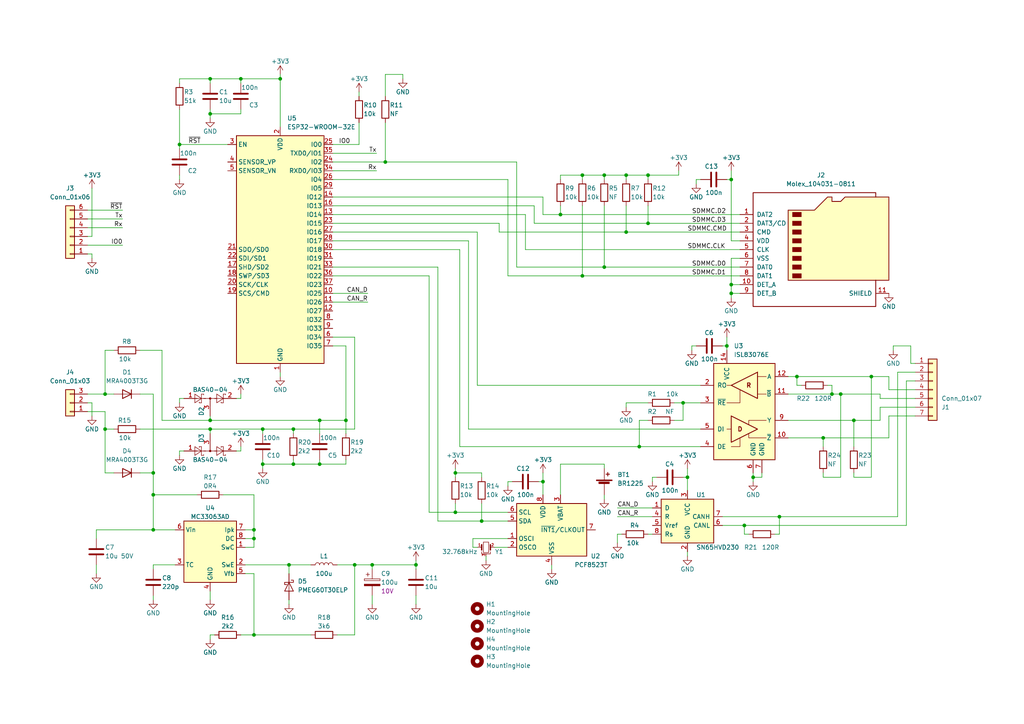
<source format=kicad_sch>
(kicad_sch (version 20211123) (generator eeschema)
  (paper "A4")
  (lib_symbols
    (symbol "Connector:Micro_SD_Card_Det_Hirose_DM3AT" (pin_names (offset 1.016))
      (property "Reference" "J" (at -16.51 17.78 0))
      (property "Value" "Micro_SD_Card_Det_Hirose_DM3AT" (at 16.51 17.78 0))
      (symbol "Micro_SD_Card_Det_Hirose_DM3AT_1_1"
        (pin bidirectional line (at -22.86 10.16 0) (length 3.81) (name "DAT2") (number "1"))
        (pin passive line (at -22.86 -10.16 0) (length 3.81) (name "DET_A") (number "10"))
        (pin passive line (at 20.32 -12.7 180) (length 3.81) (name "SHIELD") (number "11"))
        (pin bidirectional line (at -22.86 7.62 0) (length 3.81) (name "DAT3/CD") (number "2"))
        (pin input line (at -22.86 5.08 0) (length 3.81) (name "CMD") (number "3"))
        (pin power_in line (at -22.86 2.54 0) (length 3.81) (name "VDD") (number "4"))
        (pin input line (at -22.86 0 0) (length 3.81) (name "CLK") (number "5"))
        (pin power_in line (at -22.86 -2.54 0) (length 3.81) (name "VSS") (number "6"))
        (pin bidirectional line (at -22.86 -5.08 0) (length 3.81) (name "DAT0") (number "7"))
        (pin bidirectional line (at -22.86 -7.62 0) (length 3.81) (name "DAT1") (number "8"))
        (pin passive line (at -22.86 -12.7 0) (length 3.81) (name "DET_B") (number "9"))
      )
    )
    (symbol "Connector_Generic:Conn_01x03" (pin_names (offset 1.016) hide)
      (property "Reference" "J" (at 0 5.08 0))
      (property "Value" "Conn_01x03" (at 0 -5.08 0))
      (symbol "Conn_01x03_1_1"
        (pin passive line (at -5.08 2.54 0) (length 3.81) (name "Pin_1") (number "1"))
        (pin passive line (at -5.08 0 0) (length 3.81) (name "Pin_2") (number "2"))
        (pin passive line (at -5.08 -2.54 0) (length 3.81) (name "Pin_3") (number "3"))
      )
    )
    (symbol "Connector_Generic:Conn_01x06" (pin_names (offset 1.016) hide)
      (property "Reference" "J" (at 0 7.62 0))
      (property "Value" "Conn_01x06" (at 0 -10.16 0))
      (symbol "Conn_01x06_1_1"
        (pin passive line (at -5.08 5.08 0) (length 3.81) (name "Pin_1") (number "1"))
        (pin passive line (at -5.08 2.54 0) (length 3.81) (name "Pin_2") (number "2"))
        (pin passive line (at -5.08 0 0) (length 3.81) (name "Pin_3") (number "3"))
        (pin passive line (at -5.08 -2.54 0) (length 3.81) (name "Pin_4") (number "4"))
        (pin passive line (at -5.08 -5.08 0) (length 3.81) (name "Pin_5") (number "5"))
        (pin passive line (at -5.08 -7.62 0) (length 3.81) (name "Pin_6") (number "6"))
      )
    )
    (symbol "Connector_Generic:Conn_01x07" (pin_names (offset 1.016) hide)
      (property "Reference" "J" (at 0 10.16 0))
      (property "Value" "Conn_01x07" (at 0 -10.16 0))
      (symbol "Conn_01x07_1_1"
        (pin passive line (at -5.08 7.62 0) (length 3.81) (name "Pin_1") (number "1"))
        (pin passive line (at -5.08 5.08 0) (length 3.81) (name "Pin_2") (number "2"))
        (pin passive line (at -5.08 2.54 0) (length 3.81) (name "Pin_3") (number "3"))
        (pin passive line (at -5.08 0 0) (length 3.81) (name "Pin_4") (number "4"))
        (pin passive line (at -5.08 -2.54 0) (length 3.81) (name "Pin_5") (number "5"))
        (pin passive line (at -5.08 -5.08 0) (length 3.81) (name "Pin_6") (number "6"))
        (pin passive line (at -5.08 -7.62 0) (length 3.81) (name "Pin_7") (number "7"))
      )
    )
    (symbol "Device:Battery_Cell" (pin_numbers hide) (pin_names (offset 0) hide)
      (property "Reference" "BT" (at 2.54 2.54 0))
      (property "Value" "Battery_Cell" (at 2.54 0 0))
      (symbol "Battery_Cell_1_1"
        (pin passive line (at 0 5.08 270) (length 2.54) (name "+") (number "1"))
        (pin passive line (at 0 -2.54 90) (length 2.54) (name "-") (number "2"))
      )
    )
    (symbol "Device:C" (pin_numbers hide) (pin_names (offset 0.254))
      (property "Reference" "C" (at 0.635 2.54 0))
      (property "Value" "C" (at 0.635 -2.54 0))
      (symbol "C_1_1"
        (pin passive line (at 0 3.81 270) (length 2.794) (name "~") (number "1"))
        (pin passive line (at 0 -3.81 90) (length 2.794) (name "~") (number "2"))
      )
    )
    (symbol "Device:C_Polarized" (pin_numbers hide) (pin_names (offset 0.254))
      (property "Reference" "C" (at 0.635 2.54 0))
      (property "Value" "C_Polarized" (at 0.635 -2.54 0))
      (symbol "C_Polarized_1_1"
        (pin passive line (at 0 3.81 270) (length 2.794) (name "~") (number "1"))
        (pin passive line (at 0 -3.81 90) (length 2.794) (name "~") (number "2"))
      )
    )
    (symbol "Device:Crystal_GND3_Small" (pin_names (offset 1.016) hide)
      (property "Reference" "Y" (at 0 5.08 0))
      (property "Value" "Crystal_GND3_Small" (at 0 3.175 0))
      (symbol "Crystal_GND3_Small_1_1"
        (pin passive line (at -2.54 0 0) (length 1.27) (name "1") (number "1"))
        (pin passive line (at 2.54 0 180) (length 1.27) (name "2") (number "2"))
        (pin passive line (at 0 -2.54 90) (length 0.635) (name "3") (number "3"))
      )
    )
    (symbol "Device:L" (pin_numbers hide) (pin_names (offset 1.016) hide)
      (property "Reference" "L" (at -1.27 0 90))
      (property "Value" "L" (at 1.905 0 90))
      (symbol "L_1_1"
        (pin passive line (at 0 3.81 270) (length 1.27) (name "1") (number "1"))
        (pin passive line (at 0 -3.81 90) (length 1.27) (name "2") (number "2"))
      )
    )
    (symbol "Device:R" (pin_numbers hide) (pin_names (offset 0))
      (property "Reference" "R" (at 2.032 0 90))
      (property "Value" "R" (at 0 0 90))
      (symbol "R_1_1"
        (pin passive line (at 0 3.81 270) (length 1.27) (name "~") (number "1"))
        (pin passive line (at 0 -3.81 90) (length 1.27) (name "~") (number "2"))
      )
    )
    (symbol "Diode:BAS40-04" (pin_names (offset 1.016))
      (property "Reference" "D" (at 0.635 -1.27 0))
      (property "Value" "BAS40-04" (at -6.35 5.715 0))
      (symbol "BAS40-04_1_1"
        (pin passive line (at -7.62 2.54 0) (length 3.81) (name "~") (number "1"))
        (pin passive line (at 7.62 2.54 180) (length 3.81) (name "~") (number "2"))
        (pin passive line (at 0 -2.54 90) (length 5.08) (name "~") (number "3"))
      )
    )
    (symbol "Diode:MRA4003T3G" (pin_numbers hide) (pin_names (offset 1.016) hide)
      (property "Reference" "D" (at 0 2.54 0))
      (property "Value" "MRA4003T3G" (at 0 -2.54 0))
      (symbol "MRA4003T3G_1_1"
        (pin passive line (at -3.81 0 0) (length 2.54) (name "K") (number "1"))
        (pin passive line (at 3.81 0 180) (length 2.54) (name "A") (number "2"))
      )
    )
    (symbol "Diode:PMEG60T30ELR" (pin_numbers hide) (pin_names hide)
      (property "Reference" "D" (at 0 2.54 0))
      (property "Value" "PMEG60T30ELR" (at 0 -2.54 0))
      (symbol "PMEG60T30ELR_1_1"
        (pin passive line (at -3.81 0 0) (length 2.54) (name "K") (number "1"))
        (pin passive line (at 3.81 0 180) (length 2.54) (name "A") (number "2"))
      )
    )
    (symbol "Interface_CAN_LIN:SN65HVD230" (pin_names (offset 1.016))
      (property "Reference" "U" (at -2.54 10.16 0))
      (property "Value" "SN65HVD230" (at -2.54 7.62 0))
      (symbol "SN65HVD230_1_1"
        (pin input line (at -10.16 2.54 0) (length 2.54) (name "D") (number "1"))
        (pin power_in line (at 0 -10.16 90) (length 2.54) (name "GND") (number "2"))
        (pin power_in line (at 0 7.62 270) (length 2.54) (name "VCC") (number "3"))
        (pin output line (at -10.16 0 0) (length 2.54) (name "R") (number "4"))
        (pin output line (at -10.16 -2.54 0) (length 2.54) (name "Vref") (number "5"))
        (pin bidirectional line (at 10.16 -2.54 180) (length 2.54) (name "CANL") (number "6"))
        (pin bidirectional line (at 10.16 0 180) (length 2.54) (name "CANH") (number "7"))
        (pin input line (at -10.16 -5.08 0) (length 2.54) (name "Rs") (number "8"))
      )
    )
    (symbol "Mechanical:MountingHole" (pin_names (offset 1.016))
      (property "Reference" "H" (at 0 5.08 0))
      (property "Value" "MountingHole" (at 0 3.175 0))
    )
    (symbol "RF_Module:ESP32-WROOM-32D"
      (property "Reference" "U" (at -12.7 34.29 0))
      (property "Value" "ESP32-WROOM-32D" (at 1.27 34.29 0))
      (symbol "ESP32-WROOM-32D_1_1"
        (pin power_in line (at 0 -35.56 90) (length 2.54) (name "GND") (number "1"))
        (pin bidirectional line (at 15.24 -12.7 180) (length 2.54) (name "IO25") (number "10"))
        (pin bidirectional line (at 15.24 -15.24 180) (length 2.54) (name "IO26") (number "11"))
        (pin bidirectional line (at 15.24 -17.78 180) (length 2.54) (name "IO27") (number "12"))
        (pin bidirectional line (at 15.24 10.16 180) (length 2.54) (name "IO14") (number "13"))
        (pin bidirectional line (at 15.24 15.24 180) (length 2.54) (name "IO12") (number "14"))
        (pin passive line (at 0 -35.56 90) (length 2.54) hide (name "GND") (number "15"))
        (pin bidirectional line (at 15.24 12.7 180) (length 2.54) (name "IO13") (number "16"))
        (pin bidirectional line (at -15.24 -5.08 0) (length 2.54) (name "SHD/SD2") (number "17"))
        (pin bidirectional line (at -15.24 -7.62 0) (length 2.54) (name "SWP/SD3") (number "18"))
        (pin bidirectional line (at -15.24 -12.7 0) (length 2.54) (name "SCS/CMD") (number "19"))
        (pin power_in line (at 0 35.56 270) (length 2.54) (name "VDD") (number "2"))
        (pin bidirectional line (at -15.24 -10.16 0) (length 2.54) (name "SCK/CLK") (number "20"))
        (pin bidirectional line (at -15.24 0 0) (length 2.54) (name "SDO/SD0") (number "21"))
        (pin bidirectional line (at -15.24 -2.54 0) (length 2.54) (name "SDI/SD1") (number "22"))
        (pin bidirectional line (at 15.24 7.62 180) (length 2.54) (name "IO15") (number "23"))
        (pin bidirectional line (at 15.24 25.4 180) (length 2.54) (name "IO2") (number "24"))
        (pin bidirectional line (at 15.24 30.48 180) (length 2.54) (name "IO0") (number "25"))
        (pin bidirectional line (at 15.24 20.32 180) (length 2.54) (name "IO4") (number "26"))
        (pin bidirectional line (at 15.24 5.08 180) (length 2.54) (name "IO16") (number "27"))
        (pin bidirectional line (at 15.24 2.54 180) (length 2.54) (name "IO17") (number "28"))
        (pin bidirectional line (at 15.24 17.78 180) (length 2.54) (name "IO5") (number "29"))
        (pin input line (at -15.24 30.48 0) (length 2.54) (name "EN") (number "3"))
        (pin bidirectional line (at 15.24 0 180) (length 2.54) (name "IO18") (number "30"))
        (pin bidirectional line (at 15.24 -2.54 180) (length 2.54) (name "IO19") (number "31"))
        (pin no_connect line (at -12.7 -27.94 0) (length 2.54) hide (name "NC") (number "32"))
        (pin bidirectional line (at 15.24 -5.08 180) (length 2.54) (name "IO21") (number "33"))
        (pin bidirectional line (at 15.24 22.86 180) (length 2.54) (name "RXD0/IO3") (number "34"))
        (pin bidirectional line (at 15.24 27.94 180) (length 2.54) (name "TXD0/IO1") (number "35"))
        (pin bidirectional line (at 15.24 -7.62 180) (length 2.54) (name "IO22") (number "36"))
        (pin bidirectional line (at 15.24 -10.16 180) (length 2.54) (name "IO23") (number "37"))
        (pin passive line (at 0 -35.56 90) (length 2.54) hide (name "GND") (number "38"))
        (pin passive line (at 0 -35.56 90) (length 2.54) hide (name "GND") (number "39"))
        (pin input line (at -15.24 25.4 0) (length 2.54) (name "SENSOR_VP") (number "4"))
        (pin input line (at -15.24 22.86 0) (length 2.54) (name "SENSOR_VN") (number "5"))
        (pin input line (at 15.24 -25.4 180) (length 2.54) (name "IO34") (number "6"))
        (pin input line (at 15.24 -27.94 180) (length 2.54) (name "IO35") (number "7"))
        (pin bidirectional line (at 15.24 -20.32 180) (length 2.54) (name "IO32") (number "8"))
        (pin bidirectional line (at 15.24 -22.86 180) (length 2.54) (name "IO33") (number "9"))
      )
    )
    (symbol "Regulator_Switching:MC33063AD"
      (property "Reference" "U" (at -7.62 8.89 0))
      (property "Value" "MC33063AD" (at 0 8.89 0))
      (symbol "MC33063AD_1_1"
        (pin open_collector line (at 10.16 0 180) (length 2.54) (name "SwC") (number "1"))
        (pin open_emitter line (at 10.16 -5.08 180) (length 2.54) (name "SwE") (number "2"))
        (pin passive line (at -10.16 -5.08 0) (length 2.54) (name "TC") (number "3"))
        (pin power_in line (at 0 -12.7 90) (length 2.54) (name "GND") (number "4"))
        (pin input line (at 10.16 -7.62 180) (length 2.54) (name "Vfb") (number "5"))
        (pin power_in line (at -10.16 5.08 0) (length 2.54) (name "Vin") (number "6"))
        (pin input line (at 10.16 5.08 180) (length 2.54) (name "Ipk") (number "7"))
        (pin open_collector line (at 10.16 2.54 180) (length 2.54) (name "DC") (number "8"))
      )
    )
    (symbol "Timer_RTC:PCF8523T"
      (property "Reference" "U" (at -10.16 8.89 0))
      (property "Value" "PCF8523T" (at 3.81 8.89 0))
      (symbol "PCF8523T_1_1"
        (pin input line (at -12.7 -2.54 0) (length 2.54) (name "OSCI") (number "1"))
        (pin output line (at -12.7 -5.08 0) (length 2.54) (name "OSCO") (number "2"))
        (pin power_in line (at 2.54 10.16 270) (length 2.54) (name "VBAT") (number "3"))
        (pin power_in line (at 0 -10.16 90) (length 2.54) (name "VSS") (number "4"))
        (pin bidirectional line (at -12.7 2.54 0) (length 2.54) (name "SDA") (number "5"))
        (pin input line (at -12.7 5.08 0) (length 2.54) (name "SCL") (number "6"))
        (pin open_collector line (at 12.7 0 180) (length 2.54) (name "~{INT1}/CLKOUT") (number "7"))
        (pin power_in line (at -2.54 10.16 270) (length 2.54) (name "VDD") (number "8"))
      )
    )
    (symbol "power:+3V3" (power) (pin_names (offset 0))
      (property "Value" "+3V3" (at 0 3.556 0))
      (symbol "+3V3_1_1"
        (pin power_in line (at 0 0 90) (length 0) hide (name "+3V3") (number "1"))
      )
    )
    (symbol "power:GND" (power) (pin_names (offset 0))
      (property "Value" "GND" (at 0 -3.81 0))
      (symbol "GND_1_1"
        (pin power_in line (at 0 0 270) (length 0) hide (name "GND") (number "1"))
      )
    )
    (symbol "project:ISL83070" (pin_names (offset 1.016))
      (property "Reference" "U" (at -7.62 -15.24 0))
      (property "Value" "ISL83070" (at 0 15.24 0))
      (symbol "ISL83070_0_0"
        (text "D" (at -1.27 -5.08 0) (effects (font (size 1.27 1.27) bold)))
        (text "R" (at 1.27 7.62 0) (effects (font (size 1.27 1.27) bold)))
      )
      (symbol "ISL83070_1_1"
        (pin output line (at 12.7 -7.62 180) (length 3.81) (name "~{Z}") (number "10"))
        (pin input line (at 12.7 5.08 180) (length 3.81) (name "~{B}") (number "11"))
        (pin input line (at 12.7 10.16 180) (length 3.81) (name "A") (number "12"))
        (pin power_in line (at -5.08 17.78 270) (length 3.81) (name "VCC") (number "14"))
        (pin output line (at -12.7 7.62 0) (length 3.81) (name "RO") (number "2"))
        (pin input line (at -12.7 2.54 0) (length 3.81) (name "~{RE}") (number "3"))
        (pin input line (at -12.7 -10.16 0) (length 3.81) (name "DE") (number "4"))
        (pin input line (at -12.7 -5.08 0) (length 3.81) (name "DI") (number "5"))
        (pin power_in line (at 2.54 -17.78 90) (length 3.81) (name "GND") (number "6"))
        (pin power_in line (at 5.08 -17.78 90) (length 3.81) (name "GND") (number "7"))
        (pin output line (at 12.7 -2.54 180) (length 3.81) (name "Y") (number "9"))
      )
    )
  )
  (junction (at 76.2 134.62))
  (junction (at 218.44 138.43))
  (junction (at 111.76 46.99))
  (junction (at 187.96 64.77))
  (junction (at 252.73 109.22))
  (junction (at 212.09 82.55))
  (junction (at 60.96 124.46))
  (junction (at 243.84 114.3))
  (junction (at 44.45 137.16))
  (junction (at 247.65 121.92))
  (junction (at 30.48 114.3))
  (junction (at 231.14 109.22))
  (junction (at 198.12 116.84))
  (junction (at 52.07 41.91))
  (junction (at 83.82 163.83))
  (junction (at 44.45 153.67))
  (junction (at 187.96 50.8))
  (junction (at 85.09 124.46))
  (junction (at 175.26 50.8))
  (junction (at 60.96 22.86))
  (junction (at 73.66 156.21))
  (junction (at 168.91 80.01))
  (junction (at 199.39 138.43))
  (junction (at 92.71 134.62))
  (junction (at 73.66 184.15))
  (junction (at 30.48 124.46))
  (junction (at 107.95 163.83))
  (junction (at 181.61 67.31))
  (junction (at 210.82 100.33))
  (junction (at 157.48 139.7))
  (junction (at 92.71 121.92))
  (junction (at 238.76 127))
  (junction (at 132.08 137.16))
  (junction (at 44.45 143.51))
  (junction (at 212.09 85.09))
  (junction (at 168.91 50.8))
  (junction (at 139.7 151.13))
  (junction (at 85.09 134.62))
  (junction (at 73.66 153.67))
  (junction (at 215.9 152.4))
  (junction (at 181.61 50.8))
  (junction (at 81.28 22.86))
  (junction (at 185.42 129.54))
  (junction (at 60.96 121.92))
  (junction (at 241.3 114.3))
  (junction (at 102.87 163.83))
  (junction (at 212.09 52.07))
  (junction (at 100.33 121.92))
  (junction (at 226.06 149.86))
  (junction (at 76.2 124.46))
  (junction (at 132.08 148.59))
  (junction (at 162.56 62.23))
  (junction (at 69.85 22.86))
  (junction (at 175.26 77.47))
  (junction (at 60.96 33.02))
  (junction (at 120.65 163.83))
  (wire (pts (xy 96.52 46.99) (xy 111.76 46.99)))
  (wire (pts (xy 187.96 121.92) (xy 185.42 121.92)))
  (wire (pts (xy 181.61 67.31) (xy 144.78 67.31)))
  (wire (pts (xy 264.16 105.41) (xy 265.43 105.41)))
  (wire (pts (xy 168.91 80.01) (xy 147.32 80.01)))
  (wire (pts (xy 26.67 68.58) (xy 26.67 54.61)))
  (wire (pts (xy 247.65 121.92) (xy 247.65 129.54)))
  (wire (pts (xy 25.4 114.3) (xy 30.48 114.3)))
  (wire (pts (xy 52.07 41.91) (xy 52.07 43.18)))
  (wire (pts (xy 139.7 138.43) (xy 139.7 137.16)))
  (wire (pts (xy 120.65 163.83) (xy 120.65 165.1)))
  (wire (pts (xy 60.96 31.75) (xy 60.96 33.02)))
  (wire (pts (xy 189.23 139.7) (xy 189.23 138.43)))
  (wire (pts (xy 152.4 62.23) (xy 96.52 62.23)))
  (wire (pts (xy 238.76 127) (xy 257.81 127)))
  (wire (pts (xy 220.98 138.43) (xy 218.44 138.43)))
  (wire (pts (xy 73.66 184.15) (xy 90.17 184.15)))
  (wire (pts (xy 168.91 59.69) (xy 168.91 80.01)))
  (wire (pts (xy 179.07 154.94) (xy 180.34 154.94)))
  (wire (pts (xy 147.32 80.01) (xy 147.32 52.07)))
  (wire (pts (xy 162.56 52.07) (xy 162.56 50.8)))
  (wire (pts (xy 104.14 41.91) (xy 104.14 35.56)))
  (wire (pts (xy 44.45 137.16) (xy 44.45 143.51)))
  (wire (pts (xy 231.14 111.76) (xy 231.14 109.22)))
  (wire (pts (xy 96.52 64.77) (xy 144.78 64.77)))
  (wire (pts (xy 228.6 114.3) (xy 241.3 114.3)))
  (wire (pts (xy 199.39 160.02) (xy 199.39 161.29)))
  (wire (pts (xy 132.08 148.59) (xy 124.46 148.59)))
  (wire (pts (xy 25.4 63.5) (xy 35.56 63.5)))
  (wire (pts (xy 25.4 119.38) (xy 30.48 119.38)))
  (wire (pts (xy 160.02 163.83) (xy 160.02 165.1)))
  (wire (pts (xy 26.67 116.84) (xy 26.67 120.65)))
  (wire (pts (xy 139.7 137.16) (xy 132.08 137.16)))
  (wire (pts (xy 69.85 115.57) (xy 69.85 114.3)))
  (wire (pts (xy 252.73 109.22) (xy 257.81 109.22)))
  (wire (pts (xy 73.66 156.21) (xy 73.66 158.75)))
  (wire (pts (xy 44.45 153.67) (xy 50.8 153.67)))
  (wire (pts (xy 209.55 149.86) (xy 226.06 149.86)))
  (wire (pts (xy 85.09 133.35) (xy 85.09 134.62)))
  (wire (pts (xy 83.82 163.83) (xy 90.17 163.83)))
  (wire (pts (xy 44.45 153.67) (xy 44.45 143.51)))
  (wire (pts (xy 97.79 163.83) (xy 102.87 163.83)))
  (wire (pts (xy 73.66 156.21) (xy 73.66 153.67)))
  (wire (pts (xy 71.12 153.67) (xy 73.66 153.67)))
  (wire (pts (xy 52.07 116.84) (xy 52.07 115.57)))
  (wire (pts (xy 187.96 50.8) (xy 187.96 52.07)))
  (wire (pts (xy 60.96 33.02) (xy 60.96 34.29)))
  (wire (pts (xy 92.71 134.62) (xy 85.09 134.62)))
  (wire (pts (xy 71.12 163.83) (xy 83.82 163.83)))
  (wire (pts (xy 162.56 50.8) (xy 168.91 50.8)))
  (wire (pts (xy 97.79 184.15) (xy 102.87 184.15)))
  (wire (pts (xy 25.4 66.04) (xy 35.56 66.04)))
  (wire (pts (xy 27.94 153.67) (xy 44.45 153.67)))
  (wire (pts (xy 81.28 107.95) (xy 81.28 109.22)))
  (wire (pts (xy 85.09 134.62) (xy 76.2 134.62)))
  (wire (pts (xy 247.65 137.16) (xy 247.65 138.43)))
  (wire (pts (xy 264.16 100.33) (xy 259.08 100.33)))
  (wire (pts (xy 96.52 44.45) (xy 109.22 44.45)))
  (wire (pts (xy 175.26 50.8) (xy 168.91 50.8)))
  (wire (pts (xy 220.98 137.16) (xy 220.98 138.43)))
  (wire (pts (xy 257.81 109.22) (xy 257.81 113.03)))
  (wire (pts (xy 255.27 115.57) (xy 265.43 115.57)))
  (wire (pts (xy 228.6 121.92) (xy 247.65 121.92)))
  (wire (pts (xy 181.61 50.8) (xy 175.26 50.8)))
  (wire (pts (xy 264.16 105.41) (xy 264.16 100.33)))
  (wire (pts (xy 152.4 72.39) (xy 214.63 72.39)))
  (wire (pts (xy 96.52 97.79) (xy 102.87 97.79)))
  (wire (pts (xy 215.9 154.94) (xy 215.9 152.4)))
  (wire (pts (xy 212.09 69.85) (xy 212.09 52.07)))
  (wire (pts (xy 124.46 148.59) (xy 124.46 80.01)))
  (wire (pts (xy 209.55 100.33) (xy 210.82 100.33)))
  (wire (pts (xy 187.96 50.8) (xy 196.85 50.8)))
  (wire (pts (xy 218.44 137.16) (xy 218.44 138.43)))
  (wire (pts (xy 104.14 26.67) (xy 104.14 27.94)))
  (wire (pts (xy 149.86 46.99) (xy 149.86 77.47)))
  (wire (pts (xy 133.35 72.39) (xy 133.35 129.54)))
  (wire (pts (xy 187.96 154.94) (xy 189.23 154.94)))
  (wire (pts (xy 203.2 111.76) (xy 138.43 111.76)))
  (wire (pts (xy 210.82 100.33) (xy 210.82 101.6)))
  (wire (pts (xy 135.89 69.85) (xy 96.52 69.85)))
  (wire (pts (xy 25.4 68.58) (xy 26.67 68.58)))
  (wire (pts (xy 60.96 124.46) (xy 60.96 125.73)))
  (wire (pts (xy 139.7 151.13) (xy 127 151.13)))
  (wire (pts (xy 69.85 184.15) (xy 73.66 184.15)))
  (wire (pts (xy 198.12 138.43) (xy 199.39 138.43)))
  (wire (pts (xy 30.48 119.38) (xy 30.48 124.46)))
  (wire (pts (xy 210.82 100.33) (xy 210.82 97.79)))
  (wire (pts (xy 46.99 101.6) (xy 40.64 101.6)))
  (wire (pts (xy 209.55 152.4) (xy 215.9 152.4)))
  (wire (pts (xy 185.42 121.92) (xy 185.42 129.54)))
  (wire (pts (xy 68.58 115.57) (xy 69.85 115.57)))
  (wire (pts (xy 111.76 46.99) (xy 149.86 46.99)))
  (wire (pts (xy 154.94 59.69) (xy 96.52 59.69)))
  (wire (pts (xy 187.96 59.69) (xy 187.96 64.77)))
  (wire (pts (xy 212.09 85.09) (xy 214.63 85.09)))
  (wire (pts (xy 40.64 114.3) (xy 44.45 114.3)))
  (wire (pts (xy 157.48 139.7) (xy 157.48 143.51)))
  (wire (pts (xy 212.09 74.93) (xy 212.09 82.55)))
  (wire (pts (xy 195.58 121.92) (xy 198.12 121.92)))
  (wire (pts (xy 187.96 50.8) (xy 181.61 50.8)))
  (wire (pts (xy 187.96 64.77) (xy 154.94 64.77)))
  (wire (pts (xy 195.58 116.84) (xy 198.12 116.84)))
  (wire (pts (xy 30.48 124.46) (xy 30.48 137.16)))
  (wire (pts (xy 138.43 67.31) (xy 96.52 67.31)))
  (wire (pts (xy 25.4 73.66) (xy 26.67 73.66)))
  (wire (pts (xy 203.2 124.46) (xy 135.89 124.46)))
  (wire (pts (xy 102.87 163.83) (xy 107.95 163.83)))
  (wire (pts (xy 127 151.13) (xy 127 77.47)))
  (wire (pts (xy 44.45 163.83) (xy 50.8 163.83)))
  (wire (pts (xy 69.85 22.86) (xy 69.85 24.13)))
  (wire (pts (xy 68.58 130.81) (xy 69.85 130.81)))
  (wire (pts (xy 175.26 135.89) (xy 175.26 134.62)))
  (wire (pts (xy 60.96 184.15) (xy 62.23 184.15)))
  (wire (pts (xy 147.32 140.97) (xy 147.32 139.7)))
  (wire (pts (xy 143.51 158.75) (xy 147.32 158.75)))
  (wire (pts (xy 175.26 50.8) (xy 175.26 52.07)))
  (wire (pts (xy 106.68 87.63) (xy 96.52 87.63)))
  (wire (pts (xy 187.96 116.84) (xy 181.61 116.84)))
  (wire (pts (xy 243.84 138.43) (xy 243.84 114.3)))
  (wire (pts (xy 92.71 121.92) (xy 60.96 121.92)))
  (wire (pts (xy 69.85 33.02) (xy 60.96 33.02)))
  (wire (pts (xy 181.61 67.31) (xy 214.63 67.31)))
  (wire (pts (xy 265.43 118.11) (xy 255.27 118.11)))
  (wire (pts (xy 52.07 24.13) (xy 52.07 22.86)))
  (wire (pts (xy 226.06 149.86) (xy 260.35 149.86)))
  (wire (pts (xy 120.65 172.72) (xy 120.65 175.26)))
  (wire (pts (xy 85.09 124.46) (xy 76.2 124.46)))
  (wire (pts (xy 200.66 100.33) (xy 201.93 100.33)))
  (wire (pts (xy 73.66 153.67) (xy 73.66 143.51)))
  (wire (pts (xy 147.32 52.07) (xy 96.52 52.07)))
  (wire (pts (xy 241.3 111.76) (xy 241.3 114.3)))
  (wire (pts (xy 44.45 172.72) (xy 44.45 173.99)))
  (wire (pts (xy 76.2 134.62) (xy 76.2 135.89)))
  (wire (pts (xy 120.65 162.56) (xy 120.65 163.83)))
  (wire (pts (xy 52.07 132.08) (xy 52.07 130.81)))
  (wire (pts (xy 127 77.47) (xy 96.52 77.47)))
  (wire (pts (xy 247.65 121.92) (xy 255.27 121.92)))
  (wire (pts (xy 25.4 71.12) (xy 35.56 71.12)))
  (wire (pts (xy 133.35 72.39) (xy 96.52 72.39)))
  (wire (pts (xy 111.76 21.59) (xy 116.84 21.59)))
  (wire (pts (xy 247.65 138.43) (xy 252.73 138.43)))
  (wire (pts (xy 179.07 157.48) (xy 179.07 154.94)))
  (wire (pts (xy 30.48 101.6) (xy 30.48 114.3)))
  (wire (pts (xy 199.39 138.43) (xy 199.39 142.24)))
  (wire (pts (xy 52.07 41.91) (xy 66.04 41.91)))
  (wire (pts (xy 132.08 135.89) (xy 132.08 137.16)))
  (wire (pts (xy 198.12 116.84) (xy 203.2 116.84)))
  (wire (pts (xy 257.81 113.03) (xy 265.43 113.03)))
  (wire (pts (xy 240.03 111.76) (xy 241.3 111.76)))
  (wire (pts (xy 85.09 124.46) (xy 85.09 125.73)))
  (wire (pts (xy 107.95 165.1) (xy 107.95 163.83)))
  (wire (pts (xy 100.33 121.92) (xy 92.71 121.92)))
  (wire (pts (xy 210.82 52.07) (xy 212.09 52.07)))
  (wire (pts (xy 215.9 152.4) (xy 262.89 152.4)))
  (wire (pts (xy 132.08 146.05) (xy 132.08 148.59)))
  (wire (pts (xy 152.4 72.39) (xy 152.4 62.23)))
  (wire (pts (xy 69.85 22.86) (xy 81.28 22.86)))
  (wire (pts (xy 198.12 121.92) (xy 198.12 116.84)))
  (wire (pts (xy 124.46 80.01) (xy 96.52 80.01)))
  (wire (pts (xy 76.2 124.46) (xy 76.2 125.73)))
  (wire (pts (xy 157.48 57.15) (xy 96.52 57.15)))
  (wire (pts (xy 201.93 52.07) (xy 203.2 52.07)))
  (wire (pts (xy 132.08 137.16) (xy 132.08 138.43)))
  (wire (pts (xy 106.68 85.09) (xy 96.52 85.09)))
  (wire (pts (xy 133.35 129.54) (xy 185.42 129.54)))
  (wire (pts (xy 212.09 85.09) (xy 212.09 86.36)))
  (wire (pts (xy 259.08 100.33) (xy 259.08 101.6)))
  (wire (pts (xy 30.48 124.46) (xy 33.02 124.46)))
  (wire (pts (xy 102.87 124.46) (xy 85.09 124.46)))
  (wire (pts (xy 33.02 101.6) (xy 30.48 101.6)))
  (wire (pts (xy 144.78 67.31) (xy 144.78 64.77)))
  (wire (pts (xy 147.32 148.59) (xy 132.08 148.59)))
  (wire (pts (xy 25.4 60.96) (xy 35.56 60.96)))
  (wire (pts (xy 228.6 109.22) (xy 231.14 109.22)))
  (wire (pts (xy 40.64 137.16) (xy 44.45 137.16)))
  (wire (pts (xy 255.27 118.11) (xy 255.27 121.92)))
  (wire (pts (xy 52.07 22.86) (xy 60.96 22.86)))
  (wire (pts (xy 179.07 149.86) (xy 189.23 149.86)))
  (wire (pts (xy 40.64 124.46) (xy 60.96 124.46)))
  (wire (pts (xy 187.96 64.77) (xy 214.63 64.77)))
  (wire (pts (xy 73.66 166.37) (xy 73.66 184.15)))
  (wire (pts (xy 137.16 156.21) (xy 147.32 156.21)))
  (wire (pts (xy 52.07 130.81) (xy 53.34 130.81)))
  (wire (pts (xy 30.48 114.3) (xy 33.02 114.3)))
  (wire (pts (xy 157.48 139.7) (xy 157.48 137.16)))
  (wire (pts (xy 189.23 138.43) (xy 190.5 138.43)))
  (wire (pts (xy 96.52 100.33) (xy 100.33 100.33)))
  (wire (pts (xy 260.35 149.86) (xy 260.35 107.95)))
  (wire (pts (xy 96.52 41.91) (xy 104.14 41.91)))
  (wire (pts (xy 140.97 161.29) (xy 140.97 162.56)))
  (wire (pts (xy 201.93 53.34) (xy 201.93 52.07)))
  (wire (pts (xy 27.94 163.83) (xy 27.94 166.37)))
  (wire (pts (xy 92.71 133.35) (xy 92.71 134.62)))
  (wire (pts (xy 257.81 127) (xy 257.81 120.65)))
  (wire (pts (xy 83.82 173.99) (xy 83.82 175.26)))
  (wire (pts (xy 111.76 27.94) (xy 111.76 21.59)))
  (wire (pts (xy 252.73 138.43) (xy 252.73 109.22)))
  (wire (pts (xy 26.67 116.84) (xy 25.4 116.84)))
  (wire (pts (xy 71.12 158.75) (xy 73.66 158.75)))
  (wire (pts (xy 179.07 147.32) (xy 189.23 147.32)))
  (wire (pts (xy 228.6 127) (xy 238.76 127)))
  (wire (pts (xy 175.26 134.62) (xy 162.56 134.62)))
  (wire (pts (xy 238.76 127) (xy 238.76 129.54)))
  (wire (pts (xy 60.96 22.86) (xy 60.96 24.13)))
  (wire (pts (xy 116.84 21.59) (xy 116.84 22.86)))
  (wire (pts (xy 100.33 134.62) (xy 92.71 134.62)))
  (wire (pts (xy 175.26 77.47) (xy 214.63 77.47)))
  (wire (pts (xy 226.06 154.94) (xy 226.06 149.86)))
  (wire (pts (xy 100.33 133.35) (xy 100.33 134.62)))
  (wire (pts (xy 175.26 77.47) (xy 149.86 77.47)))
  (wire (pts (xy 232.41 111.76) (xy 231.14 111.76)))
  (wire (pts (xy 60.96 121.92) (xy 46.99 121.92)))
  (wire (pts (xy 262.89 152.4) (xy 262.89 110.49)))
  (wire (pts (xy 83.82 163.83) (xy 83.82 166.37)))
  (wire (pts (xy 231.14 109.22) (xy 252.73 109.22)))
  (wire (pts (xy 168.91 50.8) (xy 168.91 52.07)))
  (wire (pts (xy 26.67 73.66) (xy 26.67 74.93)))
  (wire (pts (xy 69.85 31.75) (xy 69.85 33.02)))
  (wire (pts (xy 27.94 153.67) (xy 27.94 156.21)))
  (wire (pts (xy 96.52 49.53) (xy 109.22 49.53)))
  (wire (pts (xy 181.61 59.69) (xy 181.61 67.31)))
  (wire (pts (xy 175.26 59.69) (xy 175.26 77.47)))
  (wire (pts (xy 156.21 139.7) (xy 157.48 139.7)))
  (wire (pts (xy 238.76 137.16) (xy 238.76 138.43)))
  (wire (pts (xy 238.76 138.43) (xy 243.84 138.43)))
  (wire (pts (xy 154.94 64.77) (xy 154.94 59.69)))
  (wire (pts (xy 76.2 133.35) (xy 76.2 134.62)))
  (wire (pts (xy 137.16 158.75) (xy 137.16 156.21)))
  (wire (pts (xy 214.63 69.85) (xy 212.09 69.85)))
  (wire (pts (xy 138.43 158.75) (xy 137.16 158.75)))
  (wire (pts (xy 200.66 101.6) (xy 200.66 100.33)))
  (wire (pts (xy 138.43 111.76) (xy 138.43 67.31)))
  (wire (pts (xy 52.07 50.8) (xy 52.07 52.07)))
  (wire (pts (xy 46.99 121.92) (xy 46.99 101.6)))
  (wire (pts (xy 162.56 134.62) (xy 162.56 143.51)))
  (wire (pts (xy 241.3 114.3) (xy 243.84 114.3)))
  (wire (pts (xy 157.48 62.23) (xy 157.48 57.15)))
  (wire (pts (xy 81.28 21.59) (xy 81.28 22.86)))
  (wire (pts (xy 92.71 121.92) (xy 92.71 125.73)))
  (wire (pts (xy 81.28 22.86) (xy 81.28 36.83)))
  (wire (pts (xy 255.27 114.3) (xy 255.27 115.57)))
  (wire (pts (xy 168.91 80.01) (xy 214.63 80.01)))
  (wire (pts (xy 185.42 129.54) (xy 203.2 129.54)))
  (wire (pts (xy 162.56 62.23) (xy 157.48 62.23)))
  (wire (pts (xy 64.77 143.51) (xy 73.66 143.51)))
  (wire (pts (xy 135.89 124.46) (xy 135.89 69.85)))
  (wire (pts (xy 69.85 130.81) (xy 69.85 129.54)))
  (wire (pts (xy 257.81 120.65) (xy 265.43 120.65)))
  (wire (pts (xy 212.09 52.07) (xy 212.09 49.53)))
  (wire (pts (xy 217.17 154.94) (xy 215.9 154.94)))
  (wire (pts (xy 71.12 166.37) (xy 73.66 166.37)))
  (wire (pts (xy 44.45 114.3) (xy 44.45 137.16)))
  (wire (pts (xy 44.45 143.51) (xy 57.15 143.51)))
  (wire (pts (xy 181.61 50.8) (xy 181.61 52.07)))
  (wire (pts (xy 243.84 114.3) (xy 255.27 114.3)))
  (wire (pts (xy 139.7 146.05) (xy 139.7 151.13)))
  (wire (pts (xy 162.56 59.69) (xy 162.56 62.23)))
  (wire (pts (xy 147.32 151.13) (xy 139.7 151.13)))
  (wire (pts (xy 60.96 171.45) (xy 60.96 173.99)))
  (wire (pts (xy 262.89 110.49) (xy 265.43 110.49)))
  (wire (pts (xy 214.63 74.93) (xy 212.09 74.93)))
  (wire (pts (xy 100.33 121.92) (xy 100.33 125.73)))
  (wire (pts (xy 71.12 156.21) (xy 73.66 156.21)))
  (wire (pts (xy 147.32 139.7) (xy 148.59 139.7)))
  (wire (pts (xy 60.96 185.42) (xy 60.96 184.15)))
  (wire (pts (xy 60.96 124.46) (xy 76.2 124.46)))
  (wire (pts (xy 100.33 100.33) (xy 100.33 121.92)))
  (wire (pts (xy 199.39 138.43) (xy 199.39 135.89)))
  (wire (pts (xy 181.61 116.84) (xy 181.61 118.11)))
  (wire (pts (xy 224.79 154.94) (xy 226.06 154.94)))
  (wire (pts (xy 107.95 172.72) (xy 107.95 175.26)))
  (wire (pts (xy 212.09 82.55) (xy 214.63 82.55)))
  (wire (pts (xy 111.76 46.99) (xy 111.76 35.56)))
  (wire (pts (xy 52.07 31.75) (xy 52.07 41.91)))
  (wire (pts (xy 60.96 22.86) (xy 69.85 22.86)))
  (wire (pts (xy 175.26 143.51) (xy 175.26 144.78)))
  (wire (pts (xy 196.85 49.53) (xy 196.85 50.8)))
  (wire (pts (xy 102.87 97.79) (xy 102.87 124.46)))
  (wire (pts (xy 162.56 62.23) (xy 214.63 62.23)))
  (wire (pts (xy 30.48 137.16) (xy 33.02 137.16)))
  (wire (pts (xy 212.09 82.55) (xy 212.09 85.09)))
  (wire (pts (xy 52.07 115.57) (xy 53.34 115.57)))
  (wire (pts (xy 107.95 163.83) (xy 120.65 163.83)))
  (wire (pts (xy 218.44 138.43) (xy 218.44 139.7)))
  (wire (pts (xy 44.45 165.1) (xy 44.45 163.83)))
  (wire (pts (xy 102.87 163.83) (xy 102.87 184.15)))
  (wire (pts (xy 260.35 107.95) (xy 265.43 107.95)))
  (wire (pts (xy 60.96 120.65) (xy 60.96 121.92)))
  (label "CAN_R" (at 106.68 87.63 180))
  (label "SDMMC.CMD" (at 199.39 67.31 0))
  (label "SDMMC.D2" (at 200.66 62.23 0))
  (label "~{RST}" (at 35.56 60.96 180))
  (label "CAN_D" (at 106.68 85.09 180))
  (label "SDMMC.CLK" (at 199.39 72.39 0))
  (label "Tx" (at 109.22 44.45 180))
  (label "SDMMC.D1" (at 200.66 80.01 0))
  (label "Rx" (at 109.22 49.53 180))
  (label "~{RST}" (at 54.61 41.91 0))
  (label "Tx" (at 35.56 63.5 180))
  (label "CAN_R" (at 179.07 149.86 0))
  (label "SDMMC.D3" (at 200.66 64.77 0))
  (label "IO0" (at 101.6 41.91 180))
  (label "SDMMC.D0" (at 200.66 77.47 0))
  (label "CAN_D" (at 179.07 147.32 0))
  (label "Rx" (at 35.56 66.04 180))
  (label "IO0" (at 35.56 71.12 180))
  (symbol (lib_id "Device:C") (at 27.94 160.02 0) (unit 1)
    (property "Reference" "C7" (at 30.48 158.75 0) (effects (justify left)))
    (property "Value" "10u 50V" (at 30.48 161.29 0) (effects (justify left)))
    (property "Footprint" "Capacitor_SMD:C_1206_3216Metric" (effects hide))
    (property "Part" "CL31A106MBHNNNE" (effects hide))
  )
  (symbol (lib_id "Interface_CAN_LIN:SN65HVD230") (at 199.39 149.86 0) (unit 1)
    (property "Reference" "U1" (at 201.93 143.51 0) (effects (justify left)))
    (property "Value" "SN65HVD230" (at 201.93 158.75 0) (effects (justify left)))
    (property "Footprint" "Package_SO:SOIC-8_3.9x4.9mm_P1.27mm" (effects hide))
    (property "Datasheet" "http://www.ti.com/lit/ds/symlink/sn65hvd230.pdf" (effects hide))
  )
  (symbol (lib_id "power:+3V3") (at 81.28 21.59 0) (unit 1)
    (property "Reference" "#PWR015" (effects hide))
    (property "Value" "+3V3" (at 81.28 17.78 0))
  )
  (symbol (lib_id "power:GND") (at 201.93 53.34 0) (unit 1)
    (property "Reference" "#PWR030" (effects hide))
    (property "Value" "GND" (at 201.93 57.15 0))
  )
  (symbol (lib_id "power:+3V3") (at 104.14 26.67 0) (unit 1)
    (property "Reference" "#PWR018" (effects hide))
    (property "Value" "+3V3" (at 104.14 22.86 0))
  )
  (symbol (lib_id "power:GND") (at 60.96 34.29 0) (unit 1)
    (property "Reference" "#PWR09" (effects hide))
    (property "Value" "GND" (at 60.96 38.1 0))
  )
  (symbol (lib_id "power:GND") (at 175.26 144.78 0) (unit 1)
    (property "Reference" "#PWR027" (effects hide))
    (property "Value" "GND" (at 175.26 148.59 0))
  )
  (symbol (lib_id "Device:C") (at 194.31 138.43 90) (unit 1)
    (property "Reference" "C4" (at 195.58 134.62 90) (effects (justify left)))
    (property "Value" "100n" (at 196.85 142.24 90) (effects (justify left)))
    (property "Footprint" "Capacitor_SMD:C_0603_1608Metric" (effects hide))
  )
  (symbol (lib_id "power:+3V3") (at 157.48 137.16 0) (unit 1)
    (property "Reference" "#PWR025" (effects hide))
    (property "Value" "+3V3" (at 157.48 133.35 0))
  )
  (symbol (lib_id "Connector_Generic:Conn_01x06") (at 20.32 68.58 180) (unit 1)
    (property "Reference" "J3" (at 20.32 54.61 0))
    (property "Value" "Conn_01x06" (at 20.32 57.15 0))
    (property "Footprint" "Connector_PinHeader_2.54mm:PinHeader_1x06_P2.54mm_Vertical" (effects hide))
  )
  (symbol (lib_id "Device:R") (at 181.61 55.88 180) (unit 1)
    (property "Reference" "R7" (at 182.88 54.61 0) (effects (justify right)))
    (property "Value" "10k" (at 182.88 57.15 0) (effects (justify right)))
    (property "Footprint" "Resistor_SMD:R_0603_1608Metric" (effects hide))
  )
  (symbol (lib_id "Device:R") (at 100.33 129.54 180) (unit 1)
    (property "Reference" "R19" (at 101.6 128.27 0) (effects (justify right)))
    (property "Value" "2k2" (at 101.6 130.81 0) (effects (justify right)))
    (property "Footprint" "Resistor_SMD:R_0603_1608Metric" (effects hide))
  )
  (symbol (lib_id "Device:R") (at 36.83 124.46 270) (unit 1)
    (property "Reference" "R15" (at 38.1 121.92 90) (effects (justify right)))
    (property "Value" "10k" (at 38.1 127 90) (effects (justify right)))
    (property "Footprint" "Resistor_SMD:R_0603_1608Metric" (effects hide))
  )
  (symbol (lib_id "Connector_Generic:Conn_01x03") (at 20.32 116.84 180) (unit 1)
    (property "Reference" "J4" (at 20.32 107.95 0))
    (property "Value" "Conn_01x03" (at 20.32 110.49 0))
    (property "Footprint" "Connector_Molex:Molex_KK-254_AE-6410-03A_1x03_P2.54mm_Vertical" (effects hide))
  )
  (symbol (lib_id "Device:C") (at 205.74 100.33 90) (unit 1)
    (property "Reference" "C6" (at 207.01 96.52 90) (effects (justify left)))
    (property "Value" "100n" (at 208.28 104.14 90) (effects (justify left)))
    (property "Footprint" "Capacitor_SMD:C_0603_1608Metric" (effects hide))
  )
  (symbol (lib_id "Device:R") (at 184.15 154.94 270) (unit 1)
    (property "Reference" "R4" (at 185.42 152.4 90) (effects (justify right)))
    (property "Value" "10k" (at 185.42 157.48 90) (effects (justify right)))
    (property "Footprint" "Resistor_SMD:R_0603_1608Metric" (effects hide))
  )
  (symbol (lib_id "power:GND") (at 120.65 175.26 0) (unit 1)
    (property "Reference" "#PWR022" (effects hide))
    (property "Value" "GND" (at 120.65 179.07 0))
  )
  (symbol (lib_id "power:+3V3") (at 196.85 49.53 0) (unit 1)
    (property "Reference" "#PWR028" (effects hide))
    (property "Value" "+3V3" (at 196.85 45.72 0))
  )
  (symbol (lib_id "power:GND") (at 160.02 165.1 0) (unit 1)
    (property "Reference" "#PWR026" (effects hide))
    (property "Value" "GND" (at 160.02 168.91 0))
  )
  (symbol (lib_id "Mechanical:MountingHole") (at 138.43 176.53 0) (unit 1)
    (property "Reference" "H1" (at 140.97 175.2599 0) (effects (justify left)))
    (property "Value" "MountingHole" (at 140.97 177.7999 0) (effects (justify left)))
    (property "Footprint" "MountingHole:MountingHole_2.2mm_M2_DIN965" (effects hide))
  )
  (symbol (lib_id "Diode:MRA4003T3G") (at 36.83 137.16 180) (unit 1)
    (property "Reference" "D4" (at 36.83 130.81 0))
    (property "Value" "MRA4003T3G" (at 36.83 133.35 0))
    (property "Footprint" "Diode_SMD:D_SMA" (effects hide))
    (property "Datasheet" "http://www.onsemi.com/pub_link/Collateral/MRA4003T3-D.PDF" (effects hide))
  )
  (symbol (lib_id "Device:R") (at 85.09 129.54 180) (unit 1)
    (property "Reference" "R20" (at 86.36 128.27 0) (effects (justify right)))
    (property "Value" "2k2" (at 86.36 130.81 0) (effects (justify right)))
    (property "Footprint" "Resistor_SMD:R_0603_1608Metric" (effects hide))
  )
  (symbol (lib_id "Device:R") (at 36.83 101.6 270) (unit 1)
    (property "Reference" "R8" (at 38.1 99.06 90) (effects (justify right)))
    (property "Value" "10k" (at 38.1 104.14 90) (effects (justify right)))
    (property "Footprint" "Resistor_SMD:R_0603_1608Metric" (effects hide))
  )
  (symbol (lib_id "Device:C_Polarized") (at 107.95 168.91 0) (unit 1)
    (property "Reference" "C9" (at 110.49 166.37 0) (effects (justify left)))
    (property "Value" "100u" (at 110.49 168.91 0) (effects (justify left)))
    (property "Footprint" "Capacitor_Tantalum_SMD:CP_EIA-7343-31_Kemet-D" (effects hide))
    (property "Voltage" "10V" (at 110.49 171.45 0) (effects (justify left)))
  )
  (symbol (lib_id "power:GND") (at 81.28 109.22 0) (unit 1)
    (property "Reference" "#PWR016" (effects hide))
    (property "Value" "GND" (at 81.28 113.03 0))
  )
  (symbol (lib_id "power:GND") (at 218.44 139.7 0) (unit 1)
    (property "Reference" "#PWR034" (effects hide))
    (property "Value" "GND" (at 218.44 143.51 0))
  )
  (symbol (lib_id "power:GND") (at 116.84 22.86 0) (unit 1)
    (property "Reference" "#PWR020" (effects hide))
    (property "Value" "GND" (at 116.84 26.67 0))
  )
  (symbol (lib_id "power:GND") (at 52.07 52.07 0) (unit 1)
    (property "Reference" "#PWR06" (effects hide))
    (property "Value" "GND" (at 52.07 55.88 0))
  )
  (symbol (lib_id "Device:Battery_Cell") (at 175.26 140.97 0) (unit 1)
    (property "Reference" "BT1" (at 179.07 137.6679 0) (effects (justify left)))
    (property "Value" "BR1225" (at 179.07 140.2079 0) (effects (justify left)))
    (property "Footprint" "Battery:Battery_Panasonic_CR1220-VCN_Vertical_CircularHoles" (effects hide))
  )
  (symbol (lib_id "power:+3V3") (at 26.67 54.61 0) (unit 1)
    (property "Reference" "#PWR01" (effects hide))
    (property "Value" "+3V3" (at 26.67 50.8 0))
  )
  (symbol (lib_id "power:GND") (at 107.95 175.26 0) (unit 1)
    (property "Reference" "#PWR019" (effects hide))
    (property "Value" "GND" (at 107.95 179.07 0))
  )
  (symbol (lib_id "power:GND") (at 199.39 161.29 0) (unit 1)
    (property "Reference" "#PWR0104" (effects hide))
    (property "Value" "GND" (at 199.39 165.1 0))
  )
  (symbol (lib_id "Connector:Micro_SD_Card_Det_Hirose_DM3AT") (at 237.49 72.39 0) (unit 1)
    (property "Reference" "J2" (at 238.125 50.8 0))
    (property "Value" "Molex_104031-0811" (at 238.125 53.34 0))
    (property "Footprint" "Connector_Card:microSD_HC_Molex_104031-0811" (effects hide))
    (property "Part" "104031-0811" (effects hide))
  )
  (symbol (lib_id "Device:R") (at 104.14 31.75 180) (unit 1)
    (property "Reference" "R10" (at 105.41 30.48 0) (effects (justify right)))
    (property "Value" "10k" (at 105.41 33.02 0) (effects (justify right)))
    (property "Footprint" "Resistor_SMD:R_0603_1608Metric" (effects hide))
  )
  (symbol (lib_id "RF_Module:ESP32-WROOM-32D") (at 81.28 72.39 0) (unit 1)
    (property "Reference" "U5" (at 83.2994 34.29 0) (effects (justify left)))
    (property "Value" "ESP32-WROOM-32E" (at 83.2994 36.83 0) (effects (justify left)))
    (property "Footprint" "RF_Module:ESP32-WROOM-32" (effects hide))
  )
  (symbol (lib_id "power:GND") (at 76.2 135.89 0) (unit 1)
    (property "Reference" "#PWR014" (effects hide))
    (property "Value" "GND" (at 76.2 139.7 0))
  )
  (symbol (lib_id "Diode:BAS40-04") (at 60.96 118.11 0) (unit 1)
    (property "Reference" "D2" (at 58.42 120.65 90) (effects (justify left)))
    (property "Value" "BAS40-04" (at 55.88 113.03 0) (effects (justify left)))
    (property "Footprint" "Package_TO_SOT_SMD:SOT-23" (effects hide))
    (property "Datasheet" "http://www.vishay.com/docs/85701/bas40v.pdf" (effects hide))
    (property "Part" "BAS40-04" (effects hide))
  )
  (symbol (lib_id "Mechanical:MountingHole") (at 138.43 181.61 0) (unit 1)
    (property "Reference" "H2" (at 140.97 180.3399 0) (effects (justify left)))
    (property "Value" "MountingHole" (at 140.97 182.8799 0) (effects (justify left)))
    (property "Footprint" "MountingHole:MountingHole_2.2mm_M2_DIN965" (effects hide))
  )
  (symbol (lib_id "power:GND") (at 200.66 101.6 0) (unit 1)
    (property "Reference" "#PWR029" (effects hide))
    (property "Value" "GND" (at 200.66 105.41 0))
  )
  (symbol (lib_id "power:+3V3") (at 199.39 135.89 0) (unit 1)
    (property "Reference" "#PWR0103" (effects hide))
    (property "Value" "+3V3" (at 199.39 132.08 0))
  )
  (symbol (lib_id "power:GND") (at 27.94 166.37 0) (unit 1)
    (property "Reference" "#PWR04" (effects hide))
    (property "Value" "GND" (at 27.94 170.18 0))
  )
  (symbol (lib_id "power:GND") (at 26.67 120.65 0) (unit 1)
    (property "Reference" "#PWR03" (effects hide))
    (property "Value" "GND" (at 26.67 124.46 0))
  )
  (symbol (lib_id "Diode:PMEG60T30ELR") (at 83.82 170.18 270) (unit 1)
    (property "Reference" "D5" (at 86.36 168.5924 90) (effects (justify left)))
    (property "Value" "PMEG60T30ELP" (at 86.36 171.1324 90) (effects (justify left)))
    (property "Footprint" "Diode_SMD:D_SOD-128" (effects hide))
    (property "Part" "PMEG60T30ELP" (effects hide))
  )
  (symbol (lib_id "power:GND") (at 179.07 157.48 0) (unit 1)
    (property "Reference" "#PWR0102" (effects hide))
    (property "Value" "GND" (at 179.07 161.29 0))
  )
  (symbol (lib_id "Device:R") (at 168.91 55.88 180) (unit 1)
    (property "Reference" "R6" (at 170.18 54.61 0) (effects (justify right)))
    (property "Value" "10k" (at 170.18 57.15 0) (effects (justify right)))
    (property "Footprint" "Resistor_SMD:R_0603_1608Metric" (effects hide))
  )
  (symbol (lib_id "Device:C") (at 92.71 129.54 180) (unit 1)
    (property "Reference" "C5" (at 97.79 132.08 0) (effects (justify left)))
    (property "Value" "100n" (at 97.79 127 0) (effects (justify left)))
    (property "Footprint" "Capacitor_SMD:C_0603_1608Metric" (effects hide))
  )
  (symbol (lib_id "Connector_Generic:Conn_01x07") (at 270.51 113.03 0) (unit 1)
    (property "Reference" "J1" (at 273.05 118.11 0) (effects (justify left)))
    (property "Value" "Conn_01x07" (at 273.05 115.57 0) (effects (justify left)))
    (property "Footprint" "Connector_Molex:Molex_KK-254_AE-6410-07A_1x07_P2.54mm_Vertical" (effects hide))
  )
  (symbol (lib_id "power:+3V3") (at 69.85 114.3 0) (unit 1)
    (property "Reference" "#PWR012" (effects hide))
    (property "Value" "+3V3" (at 69.85 110.49 0))
  )
  (symbol (lib_id "power:GND") (at 26.67 74.93 0) (unit 1)
    (property "Reference" "#PWR02" (effects hide))
    (property "Value" "GND" (at 26.67 78.74 0))
  )
  (symbol (lib_id "Device:R") (at 162.56 55.88 180) (unit 1)
    (property "Reference" "R9" (at 163.83 54.61 0) (effects (justify right)))
    (property "Value" "10k" (at 163.83 57.15 0) (effects (justify right)))
    (property "Footprint" "Resistor_SMD:R_0603_1608Metric" (effects hide))
  )
  (symbol (lib_id "Device:L") (at 93.98 163.83 90) (unit 1)
    (property "Reference" "L1" (at 93.98 161.29 90))
    (property "Value" "100u" (at 93.98 166.37 90))
    (property "Footprint" "Inductor_SMD:L_Bourns_SRR1260" (effects hide))
    (property "Part" "SRR1260-101M" (effects hide))
  )
  (symbol (lib_id "Device:R") (at 60.96 143.51 90) (unit 1)
    (property "Reference" "R17" (at 60.96 138.43 90))
    (property "Value" "0R4" (at 60.96 140.97 90))
    (property "Footprint" "Resistor_SMD:R_1206_3216Metric" (effects hide))
  )
  (symbol (lib_id "Device:R") (at 139.7 142.24 180) (unit 1)
    (property "Reference" "R14" (at 140.97 140.97 0) (effects (justify right)))
    (property "Value" "10k" (at 140.97 143.51 0) (effects (justify right)))
    (property "Footprint" "Resistor_SMD:R_0603_1608Metric" (effects hide))
  )
  (symbol (lib_id "Device:C") (at 44.45 168.91 0) (unit 1)
    (property "Reference" "C8" (at 46.99 167.64 0) (effects (justify left)))
    (property "Value" "220p" (at 46.99 170.18 0) (effects (justify left)))
    (property "Footprint" "Capacitor_SMD:C_0603_1608Metric" (effects hide))
  )
  (symbol (lib_id "Device:R") (at 66.04 184.15 90) (unit 1)
    (property "Reference" "R16" (at 66.04 179.07 90))
    (property "Value" "2k2" (at 66.04 181.61 90))
    (property "Footprint" "Resistor_SMD:R_0603_1608Metric" (effects hide))
  )
  (symbol (lib_id "Mechanical:MountingHole") (at 138.43 186.69 0) (unit 1)
    (property "Reference" "H4" (at 140.97 185.4199 0) (effects (justify left)))
    (property "Value" "MountingHole" (at 140.97 187.9599 0) (effects (justify left)))
    (property "Footprint" "MountingHole:MountingHole_2.2mm_M2_DIN965" (effects hide))
  )
  (symbol (lib_id "power:GND") (at 52.07 116.84 0) (unit 1)
    (property "Reference" "#PWR07" (effects hide))
    (property "Value" "GND" (at 52.07 120.65 0))
  )
  (symbol (lib_id "power:+3V3") (at 210.82 97.79 0) (unit 1)
    (property "Reference" "#PWR031" (effects hide))
    (property "Value" "+3V3" (at 210.82 93.98 0))
  )
  (symbol (lib_id "Device:R") (at 175.26 55.88 180) (unit 1)
    (property "Reference" "R5" (at 176.53 54.61 0) (effects (justify right)))
    (property "Value" "NF" (at 176.53 57.15 0) (effects (justify right)))
    (property "Footprint" "Resistor_SMD:R_0603_1608Metric" (effects hide))
  )
  (symbol (lib_id "power:GND") (at 60.96 185.42 0) (unit 1)
    (property "Reference" "#PWR011" (effects hide))
    (property "Value" "GND" (at 60.96 189.23 0))
  )
  (symbol (lib_id "power:GND") (at 140.97 162.56 0) (unit 1)
    (property "Reference" "#PWR0101" (effects hide))
    (property "Value" "GND" (at 140.97 166.37 0))
  )
  (symbol (lib_id "power:GND") (at 83.82 175.26 0) (unit 1)
    (property "Reference" "#PWR017" (effects hide))
    (property "Value" "GND" (at 83.82 179.07 0))
  )
  (symbol (lib_id "power:GND") (at 212.09 86.36 0) (unit 1)
    (property "Reference" "#PWR033" (effects hide))
    (property "Value" "GND" (at 212.09 90.17 0))
  )
  (symbol (lib_id "Device:R") (at 238.76 133.35 180) (unit 1)
    (property "Reference" "R24" (at 240.03 132.08 0) (effects (justify right)))
    (property "Value" "NF" (at 240.03 134.62 0) (effects (justify right)))
    (property "Footprint" "Resistor_SMD:R_0603_1608Metric" (effects hide))
  )
  (symbol (lib_id "power:GND") (at 52.07 132.08 0) (unit 1)
    (property "Reference" "#PWR08" (effects hide))
    (property "Value" "GND" (at 52.07 135.89 0))
  )
  (symbol (lib_id "Device:R") (at 191.77 121.92 270) (unit 1)
    (property "Reference" "R2" (at 190.5 119.38 90) (effects (justify right)))
    (property "Value" "NF" (at 195.58 119.38 90) (effects (justify right)))
    (property "Footprint" "Resistor_SMD:R_0603_1608Metric" (effects hide))
  )
  (symbol (lib_id "Device:R") (at 52.07 27.94 180) (unit 1)
    (property "Reference" "R3" (at 53.34 26.67 0) (effects (justify right)))
    (property "Value" "51k" (at 53.34 29.21 0) (effects (justify right)))
    (property "Footprint" "Resistor_SMD:R_0603_1608Metric" (effects hide))
  )
  (symbol (lib_id "power:+3V3") (at 132.08 135.89 0) (unit 1)
    (property "Reference" "#PWR023" (effects hide))
    (property "Value" "+3V3" (at 132.08 132.08 0))
  )
  (symbol (lib_id "power:GND") (at 189.23 139.7 0) (unit 1)
    (property "Reference" "#PWR0105" (effects hide))
    (property "Value" "GND" (at 189.23 143.51 0))
  )
  (symbol (lib_id "power:GND") (at 257.81 85.09 0) (unit 1)
    (property "Reference" "#PWR035" (effects hide))
    (property "Value" "GND" (at 257.81 88.9 0))
  )
  (symbol (lib_id "project:ISL83070") (at 215.9 119.38 0) (unit 1)
    (property "Reference" "U3" (at 212.8394 100.33 0) (effects (justify left)))
    (property "Value" "ISL83076E" (at 212.8394 102.87 0) (effects (justify left)))
    (property "Footprint" "Package_SO:SO-14_3.9x8.65mm_P1.27mm" (effects hide))
  )
  (symbol (lib_id "Device:C") (at 120.65 168.91 0) (unit 1)
    (property "Reference" "C11" (at 123.19 167.64 0) (effects (justify left)))
    (property "Value" "10u" (at 123.19 170.18 0) (effects (justify left)))
    (property "Footprint" "Capacitor_SMD:C_1206_3216Metric" (effects hide))
    (property "Part" "CL31A106MBHNNNE" (effects hide))
    (property "Voltage" "50V" (effects hide))
  )
  (symbol (lib_id "Timer_RTC:PCF8523T") (at 160.02 153.67 0) (unit 1)
    (property "Reference" "U2" (at 172.72 161.29 0))
    (property "Value" "PCF8523T" (at 171.45 163.83 0))
    (property "Footprint" "Package_SO:SOIC-8_3.9x4.9mm_P1.27mm" (effects hide))
    (property "Datasheet" "https://www.nxp.com/docs/en/data-sheet/PCF8523.pdf" (effects hide))
  )
  (symbol (lib_id "Device:R") (at 187.96 55.88 180) (unit 1)
    (property "Reference" "R12" (at 189.23 54.61 0) (effects (justify right)))
    (property "Value" "10k" (at 189.23 57.15 0) (effects (justify right)))
    (property "Footprint" "Resistor_SMD:R_0603_1608Metric" (effects hide))
  )
  (symbol (lib_id "power:+3V3") (at 120.65 162.56 0) (unit 1)
    (property "Reference" "#PWR021" (effects hide))
    (property "Value" "+3V3" (at 120.65 158.75 0))
  )
  (symbol (lib_id "power:GND") (at 259.08 101.6 0) (unit 1)
    (property "Reference" "#PWR036" (effects hide))
    (property "Value" "GND" (at 259.08 105.41 0))
  )
  (symbol (lib_id "Device:C") (at 60.96 27.94 0) (unit 1)
    (property "Reference" "C1" (at 63.5 26.67 0) (effects (justify left)))
    (property "Value" "10u" (at 63.5 29.21 0) (effects (justify left)))
    (property "Footprint" "Capacitor_SMD:C_1206_3216Metric" (effects hide))
    (property "Part" "CL31A106MBHNNNE" (effects hide))
    (property "Voltage" "50V" (effects hide))
  )
  (symbol (lib_id "Device:R") (at 220.98 154.94 270) (unit 1)
    (property "Reference" "R21" (at 219.71 158.75 90) (effects (justify right)))
    (property "Value" "120R" (at 226.06 158.75 90) (effects (justify right)))
    (property "Footprint" "Resistor_SMD:R_0603_1608Metric" (effects hide))
  )
  (symbol (lib_id "Mechanical:MountingHole") (at 138.43 191.77 0) (unit 1)
    (property "Reference" "H3" (at 140.97 190.4999 0) (effects (justify left)))
    (property "Value" "MountingHole" (at 140.97 193.0399 0) (effects (justify left)))
    (property "Footprint" "MountingHole:MountingHole_2.2mm_M2_DIN965" (effects hide))
  )
  (symbol (lib_id "Diode:BAS40-04") (at 60.96 128.27 0) (mirror x) (unit 1)
    (property "Reference" "D3" (at 58.42 125.73 90) (effects (justify left)))
    (property "Value" "BAS40-04" (at 55.88 133.35 0) (effects (justify left)))
    (property "Footprint" "Package_TO_SOT_SMD:SOT-23" (effects hide))
    (property "Datasheet" "http://www.vishay.com/docs/85701/bas40v.pdf" (effects hide))
    (property "Part" "BAS40-04" (effects hide))
  )
  (symbol (lib_id "Device:R") (at 93.98 184.15 90) (unit 1)
    (property "Reference" "R18" (at 93.98 179.07 90))
    (property "Value" "3k6" (at 93.98 181.61 90))
    (property "Footprint" "Resistor_SMD:R_0603_1608Metric" (effects hide))
  )
  (symbol (lib_id "Device:C") (at 207.01 52.07 90) (unit 1)
    (property "Reference" "C13" (at 208.28 48.26 90) (effects (justify left)))
    (property "Value" "100n" (at 209.55 55.88 90) (effects (justify left)))
    (property "Footprint" "Capacitor_SMD:C_0603_1608Metric" (effects hide))
  )
  (symbol (lib_id "power:+3V3") (at 69.85 129.54 0) (unit 1)
    (property "Reference" "#PWR013" (effects hide))
    (property "Value" "+3V3" (at 69.85 125.73 0))
  )
  (symbol (lib_id "Diode:MRA4003T3G") (at 36.83 114.3 180) (unit 1)
    (property "Reference" "D1" (at 36.83 107.95 0))
    (property "Value" "MRA4003T3G" (at 36.83 110.49 0))
    (property "Footprint" "Diode_SMD:D_SMA" (effects hide))
    (property "Datasheet" "http://www.onsemi.com/pub_link/Collateral/MRA4003T3-D.PDF" (effects hide))
  )
  (symbol (lib_id "Device:R") (at 132.08 142.24 180) (unit 1)
    (property "Reference" "R13" (at 133.35 140.97 0) (effects (justify right)))
    (property "Value" "10k" (at 133.35 143.51 0) (effects (justify right)))
    (property "Footprint" "Resistor_SMD:R_0603_1608Metric" (effects hide))
  )
  (symbol (lib_id "Regulator_Switching:MC33063AD") (at 60.96 158.75 0) (unit 1)
    (property "Reference" "U4" (at 60.96 147.32 0))
    (property "Value" "MC33063AD" (at 60.96 149.86 0))
    (property "Footprint" "Package_SO:SOIC-8_3.9x4.9mm_P1.27mm" (effects hide))
    (property "Datasheet" "http://www.onsemi.com/pub_link/Collateral/MC34063A-D.PDF" (effects hide))
    (property "Part" "MC33063AD" (effects hide))
  )
  (symbol (lib_id "power:GND") (at 44.45 173.99 0) (unit 1)
    (property "Reference" "#PWR05" (effects hide))
    (property "Value" "GND" (at 44.45 177.8 0))
  )
  (symbol (lib_id "Device:C") (at 76.2 129.54 180) (unit 1)
    (property "Reference" "C10" (at 81.28 132.08 0) (effects (justify left)))
    (property "Value" "100n" (at 81.28 127 0) (effects (justify left)))
    (property "Footprint" "Capacitor_SMD:C_0603_1608Metric" (effects hide))
  )
  (symbol (lib_id "Device:Crystal_GND3_Small") (at 140.97 158.75 0) (unit 1)
    (property "Reference" "Y1" (at 144.78 160.02 0))
    (property "Value" "32.768kHz" (at 133.35 160.02 0))
    (property "Footprint" "Crystal:Crystal_AT310_D3.0mm_L10.0mm_Horizontal_1EP_style2" (effects hide))
  )
  (symbol (lib_id "Device:R") (at 111.76 31.75 180) (unit 1)
    (property "Reference" "R11" (at 113.03 30.48 0) (effects (justify right)))
    (property "Value" "NF" (at 113.03 33.02 0) (effects (justify right)))
    (property "Footprint" "Resistor_SMD:R_0603_1608Metric" (effects hide))
  )
  (symbol (lib_id "power:GND") (at 60.96 173.99 0) (unit 1)
    (property "Reference" "#PWR010" (effects hide))
    (property "Value" "GND" (at 60.96 177.8 0))
  )
  (symbol (lib_id "Device:C") (at 152.4 139.7 90) (unit 1)
    (property "Reference" "C12" (at 153.67 135.89 90) (effects (justify left)))
    (property "Value" "100n" (at 154.94 143.51 90) (effects (justify left)))
    (property "Footprint" "Capacitor_SMD:C_0603_1608Metric" (effects hide))
  )
  (symbol (lib_id "Device:R") (at 191.77 116.84 270) (unit 1)
    (property "Reference" "R1" (at 190.5 114.3 90) (effects (justify right)))
    (property "Value" "10k" (at 196.85 114.3 90) (effects (justify right)))
    (property "Footprint" "Resistor_SMD:R_0603_1608Metric" (effects hide))
  )
  (symbol (lib_id "power:+3V3") (at 212.09 49.53 0) (unit 1)
    (property "Reference" "#PWR032" (effects hide))
    (property "Value" "+3V3" (at 212.09 45.72 0))
  )
  (symbol (lib_id "Device:C") (at 52.07 46.99 180) (unit 1)
    (property "Reference" "C2" (at 57.15 49.53 0) (effects (justify left)))
    (property "Value" "100n" (at 57.15 44.45 0) (effects (justify left)))
    (property "Footprint" "Capacitor_SMD:C_0603_1608Metric" (effects hide))
  )
  (symbol (lib_id "power:GND") (at 147.32 140.97 0) (unit 1)
    (property "Reference" "#PWR024" (effects hide))
    (property "Value" "GND" (at 147.32 144.78 0))
  )
  (symbol (lib_id "Device:C") (at 69.85 27.94 180) (unit 1)
    (property "Reference" "C3" (at 74.93 30.48 0) (effects (justify left)))
    (property "Value" "100n" (at 74.93 25.4 0) (effects (justify left)))
    (property "Footprint" "Capacitor_SMD:C_0603_1608Metric" (effects hide))
  )
  (symbol (lib_id "Device:R") (at 247.65 133.35 180) (unit 1)
    (property "Reference" "R23" (at 248.92 132.08 0) (effects (justify right)))
    (property "Value" "NF" (at 248.92 134.62 0) (effects (justify right)))
    (property "Footprint" "Resistor_SMD:R_0603_1608Metric" (effects hide))
  )
  (symbol (lib_id "Device:R") (at 236.22 111.76 270) (unit 1)
    (property "Reference" "R22" (at 234.95 115.57 90) (effects (justify right)))
    (property "Value" "120R" (at 241.3 115.57 90) (effects (justify right)))
    (property "Footprint" "Resistor_SMD:R_0603_1608Metric" (effects hide))
  )
  (symbol (lib_id "power:GND") (at 181.61 118.11 0) (unit 1)
    (property "Reference" "#PWR037" (effects hide))
    (property "Value" "GND" (at 181.61 121.92 0))
  )
)
</source>
